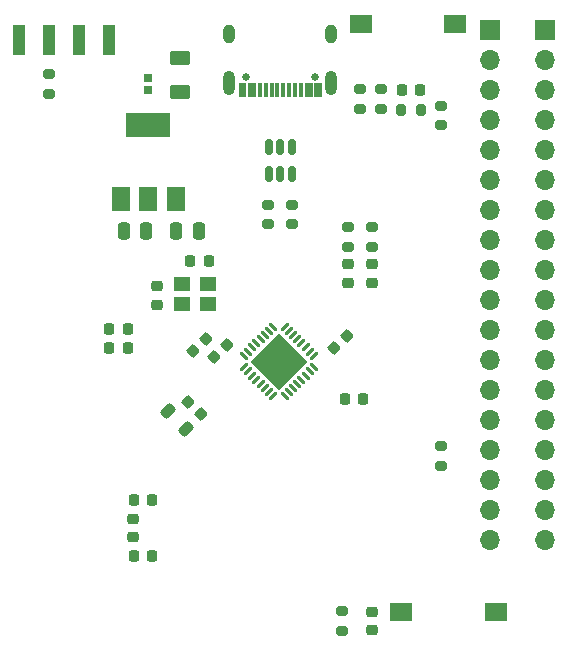
<source format=gbr>
%TF.GenerationSoftware,KiCad,Pcbnew,(6.0.5)*%
%TF.CreationDate,2022-07-08T09:53:05+08:00*%
%TF.ProjectId,ESP32C3,45535033-3243-4332-9e6b-696361645f70,rev?*%
%TF.SameCoordinates,Original*%
%TF.FileFunction,Soldermask,Top*%
%TF.FilePolarity,Negative*%
%FSLAX46Y46*%
G04 Gerber Fmt 4.6, Leading zero omitted, Abs format (unit mm)*
G04 Created by KiCad (PCBNEW (6.0.5)) date 2022-07-08 09:53:05*
%MOMM*%
%LPD*%
G01*
G04 APERTURE LIST*
G04 Aperture macros list*
%AMRoundRect*
0 Rectangle with rounded corners*
0 $1 Rounding radius*
0 $2 $3 $4 $5 $6 $7 $8 $9 X,Y pos of 4 corners*
0 Add a 4 corners polygon primitive as box body*
4,1,4,$2,$3,$4,$5,$6,$7,$8,$9,$2,$3,0*
0 Add four circle primitives for the rounded corners*
1,1,$1+$1,$2,$3*
1,1,$1+$1,$4,$5*
1,1,$1+$1,$6,$7*
1,1,$1+$1,$8,$9*
0 Add four rect primitives between the rounded corners*
20,1,$1+$1,$2,$3,$4,$5,0*
20,1,$1+$1,$4,$5,$6,$7,0*
20,1,$1+$1,$6,$7,$8,$9,0*
20,1,$1+$1,$8,$9,$2,$3,0*%
%AMRotRect*
0 Rectangle, with rotation*
0 The origin of the aperture is its center*
0 $1 length*
0 $2 width*
0 $3 Rotation angle, in degrees counterclockwise*
0 Add horizontal line*
21,1,$1,$2,0,0,$3*%
G04 Aperture macros list end*
%ADD10RoundRect,0.225000X0.225000X0.250000X-0.225000X0.250000X-0.225000X-0.250000X0.225000X-0.250000X0*%
%ADD11RoundRect,0.200000X0.275000X-0.200000X0.275000X0.200000X-0.275000X0.200000X-0.275000X-0.200000X0*%
%ADD12R,1.700000X1.700000*%
%ADD13O,1.700000X1.700000*%
%ADD14RoundRect,0.200000X-0.275000X0.200000X-0.275000X-0.200000X0.275000X-0.200000X0.275000X0.200000X0*%
%ADD15RoundRect,0.225000X0.017678X-0.335876X0.335876X-0.017678X-0.017678X0.335876X-0.335876X0.017678X0*%
%ADD16RoundRect,0.225000X-0.225000X-0.250000X0.225000X-0.250000X0.225000X0.250000X-0.225000X0.250000X0*%
%ADD17R,1.900000X1.500000*%
%ADD18RoundRect,0.200000X-0.200000X-0.275000X0.200000X-0.275000X0.200000X0.275000X-0.200000X0.275000X0*%
%ADD19RoundRect,0.150000X-0.150000X0.512500X-0.150000X-0.512500X0.150000X-0.512500X0.150000X0.512500X0*%
%ADD20C,0.650000*%
%ADD21R,0.300000X1.150000*%
%ADD22O,1.000000X1.600000*%
%ADD23O,1.000000X2.100000*%
%ADD24R,1.400000X1.200000*%
%ADD25R,0.648000X0.790000*%
%ADD26RoundRect,0.218750X0.256250X-0.218750X0.256250X0.218750X-0.256250X0.218750X-0.256250X-0.218750X0*%
%ADD27RoundRect,0.062500X-0.220971X-0.309359X0.309359X0.220971X0.220971X0.309359X-0.309359X-0.220971X0*%
%ADD28RoundRect,0.062500X0.220971X-0.309359X0.309359X-0.220971X-0.220971X0.309359X-0.309359X0.220971X0*%
%ADD29RotRect,3.450000X3.450000X45.000000*%
%ADD30RoundRect,0.250000X0.250000X0.475000X-0.250000X0.475000X-0.250000X-0.475000X0.250000X-0.475000X0*%
%ADD31R,1.500000X2.000000*%
%ADD32R,3.800000X2.000000*%
%ADD33RoundRect,0.218750X-0.424264X-0.114905X-0.114905X-0.424264X0.424264X0.114905X0.114905X0.424264X0*%
%ADD34RoundRect,0.225000X0.250000X-0.225000X0.250000X0.225000X-0.250000X0.225000X-0.250000X-0.225000X0*%
%ADD35R,1.000000X2.500000*%
%ADD36RoundRect,0.225000X-0.250000X0.225000X-0.250000X-0.225000X0.250000X-0.225000X0.250000X0.225000X0*%
%ADD37RoundRect,0.225000X0.335876X0.017678X0.017678X0.335876X-0.335876X-0.017678X-0.017678X-0.335876X0*%
%ADD38RoundRect,0.250000X-0.625000X0.375000X-0.625000X-0.375000X0.625000X-0.375000X0.625000X0.375000X0*%
%ADD39RoundRect,0.250000X-0.250000X-0.475000X0.250000X-0.475000X0.250000X0.475000X-0.250000X0.475000X0*%
G04 APERTURE END LIST*
D10*
%TO.C,C15*%
X78753000Y-37973000D03*
X77203000Y-37973000D03*
%TD*%
D11*
%TO.C,R4*%
X47371000Y-38290000D03*
X47371000Y-36640000D03*
%TD*%
D10*
%TO.C,C3*%
X60846000Y-52451000D03*
X59296000Y-52451000D03*
%TD*%
D12*
%TO.C,J4*%
X89306000Y-32893000D03*
D13*
X89306000Y-35433000D03*
X89306000Y-37973000D03*
X89306000Y-40513000D03*
X89306000Y-43053000D03*
X89306000Y-45593000D03*
X89306000Y-48133000D03*
X89306000Y-50673000D03*
X89306000Y-53213000D03*
X89306000Y-55753000D03*
X89306000Y-58293000D03*
X89306000Y-60833000D03*
X89306000Y-63373000D03*
X89306000Y-65913000D03*
X89306000Y-68453000D03*
X89306000Y-70993000D03*
X89306000Y-73533000D03*
X89306000Y-76073000D03*
%TD*%
D14*
%TO.C,R3*%
X67945000Y-47689000D03*
X67945000Y-49339000D03*
%TD*%
D15*
%TO.C,C10*%
X71460992Y-59857008D03*
X72557008Y-58760992D03*
%TD*%
D16*
%TO.C,C2*%
X54492000Y-72686000D03*
X56042000Y-72686000D03*
%TD*%
D11*
%TO.C,R6*%
X80518000Y-40957000D03*
X80518000Y-39307000D03*
%TD*%
D17*
%TO.C,SW2*%
X73724000Y-32385000D03*
X81724000Y-32385000D03*
%TD*%
D14*
%TO.C,R1*%
X73660000Y-37910000D03*
X73660000Y-39560000D03*
%TD*%
D18*
%TO.C,R10*%
X77153000Y-39624000D03*
X78803000Y-39624000D03*
%TD*%
D19*
%TO.C,U1*%
X67879000Y-42804500D03*
X66929000Y-42804500D03*
X65979000Y-42804500D03*
X65979000Y-45079500D03*
X66929000Y-45079500D03*
X67879000Y-45079500D03*
%TD*%
D16*
%TO.C,C9*%
X72377000Y-64135000D03*
X73927000Y-64135000D03*
%TD*%
D15*
%TO.C,C8*%
X61300992Y-60619008D03*
X62397008Y-59522992D03*
%TD*%
D20*
%TO.C,J1*%
X69819000Y-36895000D03*
X64039000Y-36895000D03*
D21*
X70279000Y-37960000D03*
X69479000Y-37960000D03*
X68179000Y-37960000D03*
X67179000Y-37960000D03*
X66679000Y-37960000D03*
X65679000Y-37960000D03*
X64379000Y-37960000D03*
X63579000Y-37960000D03*
X63879000Y-37960000D03*
X64679000Y-37960000D03*
X65179000Y-37960000D03*
X66179000Y-37960000D03*
X67679000Y-37960000D03*
X68679000Y-37960000D03*
X69179000Y-37960000D03*
X69979000Y-37960000D03*
D22*
X62609000Y-33215000D03*
D23*
X62609000Y-37395000D03*
X71249000Y-37395000D03*
D22*
X71249000Y-33215000D03*
%TD*%
D10*
%TO.C,C12*%
X53988000Y-59817000D03*
X52438000Y-59817000D03*
%TD*%
%TO.C,C11*%
X53988000Y-58166000D03*
X52438000Y-58166000D03*
%TD*%
D24*
%TO.C,U2*%
X60790000Y-54395000D03*
X58590000Y-54395000D03*
X58590000Y-56095000D03*
X60790000Y-56095000D03*
%TD*%
D12*
%TO.C,J3*%
X84656000Y-32893000D03*
D13*
X84656000Y-35433000D03*
X84656000Y-37973000D03*
X84656000Y-40513000D03*
X84656000Y-43053000D03*
X84656000Y-45593000D03*
X84656000Y-48133000D03*
X84656000Y-50673000D03*
X84656000Y-53213000D03*
X84656000Y-55753000D03*
X84656000Y-58293000D03*
X84656000Y-60833000D03*
X84656000Y-63373000D03*
X84656000Y-65913000D03*
X84656000Y-68453000D03*
X84656000Y-70993000D03*
X84656000Y-73533000D03*
X84656000Y-76073000D03*
%TD*%
D14*
%TO.C,R2*%
X75438000Y-37910000D03*
X75438000Y-39560000D03*
%TD*%
D25*
%TO.C,D1*%
X55753000Y-36920000D03*
X55753000Y-38010000D03*
%TD*%
D26*
%TO.C,D2*%
X74676000Y-54293500D03*
X74676000Y-52718500D03*
%TD*%
D27*
%TO.C,U3*%
X63840990Y-61446136D03*
X64194544Y-61799689D03*
X64548097Y-62153243D03*
X64901651Y-62506796D03*
X65255204Y-62860349D03*
X65608757Y-63213903D03*
X65962311Y-63567456D03*
X66315864Y-63921010D03*
D28*
X67288136Y-63921010D03*
X67641689Y-63567456D03*
X67995243Y-63213903D03*
X68348796Y-62860349D03*
X68702349Y-62506796D03*
X69055903Y-62153243D03*
X69409456Y-61799689D03*
X69763010Y-61446136D03*
D27*
X69763010Y-60473864D03*
X69409456Y-60120311D03*
X69055903Y-59766757D03*
X68702349Y-59413204D03*
X68348796Y-59059651D03*
X67995243Y-58706097D03*
X67641689Y-58352544D03*
X67288136Y-57998990D03*
D28*
X66315864Y-57998990D03*
X65962311Y-58352544D03*
X65608757Y-58706097D03*
X65255204Y-59059651D03*
X64901651Y-59413204D03*
X64548097Y-59766757D03*
X64194544Y-60120311D03*
X63840990Y-60473864D03*
D29*
X66802000Y-60960000D03*
%TD*%
D30*
%TO.C,C6*%
X55560000Y-49911000D03*
X53660000Y-49911000D03*
%TD*%
D31*
%TO.C,U4*%
X53453000Y-47219000D03*
D32*
X55753000Y-40919000D03*
D31*
X55753000Y-47219000D03*
X58053000Y-47219000D03*
%TD*%
D14*
%TO.C,R8*%
X74676000Y-49594000D03*
X74676000Y-51244000D03*
%TD*%
%TO.C,R7*%
X80518000Y-68136000D03*
X80518000Y-69786000D03*
%TD*%
D33*
%TO.C,L2*%
X57414699Y-65161699D03*
X58917301Y-66664301D03*
%TD*%
D34*
%TO.C,C4*%
X56515000Y-56147000D03*
X56515000Y-54597000D03*
%TD*%
D35*
%TO.C,J2*%
X44831000Y-33719000D03*
X47371000Y-33719000D03*
X49911000Y-33719000D03*
X52451000Y-33719000D03*
%TD*%
D36*
%TO.C,C14*%
X74676000Y-82156000D03*
X74676000Y-83706000D03*
%TD*%
D15*
%TO.C,C7*%
X59522992Y-60111008D03*
X60619008Y-59014992D03*
%TD*%
D37*
%TO.C,C13*%
X60238008Y-65445008D03*
X59141992Y-64348992D03*
%TD*%
D16*
%TO.C,C1*%
X54492000Y-77444500D03*
X56042000Y-77444500D03*
%TD*%
D38*
%TO.C,F1*%
X58420000Y-35303000D03*
X58420000Y-38103000D03*
%TD*%
D39*
%TO.C,C5*%
X58105000Y-49911000D03*
X60005000Y-49911000D03*
%TD*%
D26*
%TO.C,L1*%
X54483000Y-75844500D03*
X54483000Y-74269500D03*
%TD*%
D17*
%TO.C,SW1*%
X85153000Y-82169000D03*
X77153000Y-82169000D03*
%TD*%
D11*
%TO.C,R9*%
X72136000Y-83756000D03*
X72136000Y-82106000D03*
%TD*%
D14*
%TO.C,R5*%
X65913000Y-47689000D03*
X65913000Y-49339000D03*
%TD*%
D26*
%TO.C,D3*%
X72644000Y-54293500D03*
X72644000Y-52718500D03*
%TD*%
D14*
%TO.C,R11*%
X72644000Y-49594000D03*
X72644000Y-51244000D03*
%TD*%
M02*

</source>
